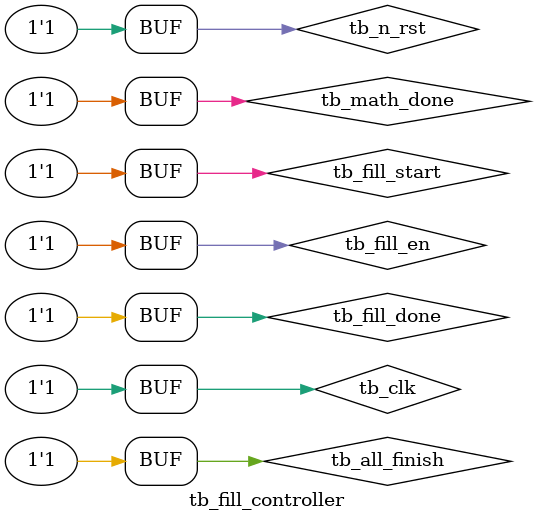
<source format=sv>


`timescale 1ns / 100ps

module tb_fill_controller();
	localparam CLK_PERIOD = 2.5;
	localparam NUM_CNT_BITS = 4;
	
	//INPUTS
	logic tb_clk;
	logic tb_n_rst;
	logic tb_fill_en;
	logic tb_math_done;
	logic tb_fill_done;
	logic tb_all_finish;
	

	//OUTPUTS
	logic tb_math_start;
	logic tb_row_start; 
	logic tb_fill_start; 
	logic tb_done; 
	

	fill_controller PHIL
	(
		.clk(tb_clk),
		.n_rst(tb_n_rst),
		.fill_en(tb_fill_en),
		.math_done(tb_math_done),
		.fill_done(tb_fill_done),
		.all_finish(tb_all_finish),
		.math_start(tb_math_start),
		.row_start(tb_row_start),
		.fill_start(tb_fill_start), 
		.done(tb_done)
	);
	always
	begin
		tb_clk = 1'b0;
		#(CLK_PERIOD/2.0);
		tb_clk = 1'b1;
		#(CLK_PERIOD/2.0);
	end
	integer i;
	initial
	begin
		tb_n_rst = 0 ; 
		tb_all_finish = 1'b0; 
		tb_fill_done = 1'b0; 
		#(CLK_PERIOD)
		#(CLK_PERIOD)
		#(CLK_PERIOD)
		tb_n_rst = 1;  
		tb_fill_en = 1'b1; 

		#(CLK_PERIOD)
		#(CLK_PERIOD)
		#(CLK_PERIOD)
		tb_math_done = 1'b1;

		#(CLK_PERIOD)
		#(CLK_PERIOD)
		tb_fill_done = 1'b1; 
		#(CLK_PERIOD)
		#(CLK_PERIOD)
		#(CLK_PERIOD)
		tb_all_finish = 1'b1;
		#(CLK_PERIOD)
		#(CLK_PERIOD)
		#(CLK_PERIOD)
		#(CLK_PERIOD)
		tb_fill_start = 1'b1;
		#(CLK_PERIOD)
		#(CLK_PERIOD)
		#(CLK_PERIOD)
		#(CLK_PERIOD)
		tb_fill_en = 1'b0;
		#(CLK_PERIOD)
		#(CLK_PERIOD)
		#(CLK_PERIOD)
		#(CLK_PERIOD)
		tb_fill_en = 1'b1; 
			
		
	end

endmodule

</source>
